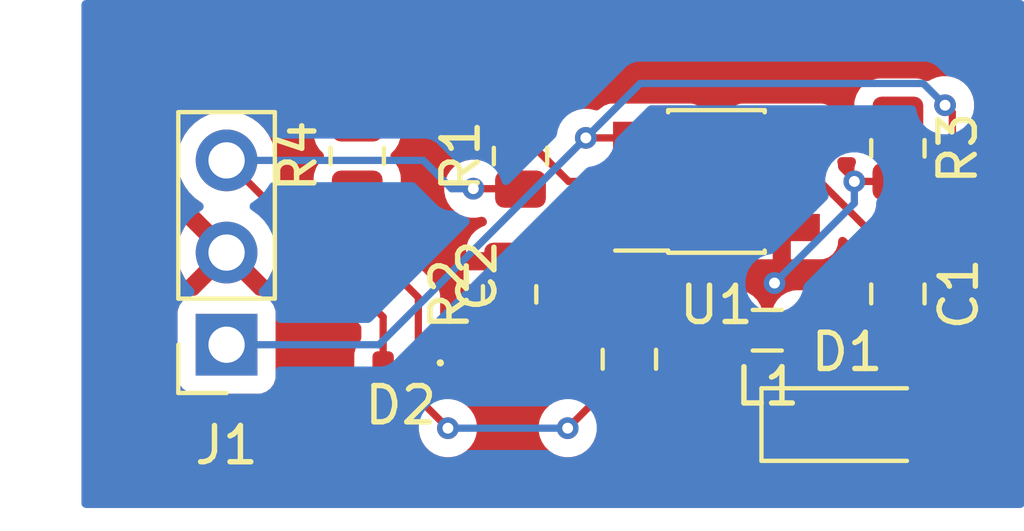
<source format=kicad_pcb>
(kicad_pcb (version 20241229) (generator "pcbnew") (generator_version "9.0")
  (layers (0 "F.Cu" signal) (2 "B.Cu" signal) (13 "F.Paste" user) (15 "B.Paste" user) (5 "F.SilkS" user "F.Silkscreen") (7 "B.SilkS" user "B.Silkscreen") (1 "F.Mask" user) (3 "B.Mask" user) (25 "Edge.Cuts" user))
  (net 0 "")
  (net 1 "VCC")
  (net 2 "GND")
  (net 3 "+5V")
  (net 4 "Net-(D1-A)")
  (net 5 "Net-(D2-K)")
  (net 6 "Net-(U1-3-FB)")
  (net 7 "Net-(U1-6-OC)")
  (footprint "Resistor_SMD:R_0805_2012Metric" (layer "F.Cu") (at 134.5 83.0875 -90)
    (property "Reference" "R3" (at 0 -1.65 90) (layer "F.SilkS"))
    (property "Value" "20k")
    (fp_line (start -0.227064 0.735) (end 0.227064 0.735) (stroke (width 0.12)) (layer "F.SilkS"))
    (fp_line (start -0.227064 -0.735) (end 0.227064 -0.735) (stroke (width 0.12)) (layer "F.SilkS"))
    (pad "1" smd roundrect (at -0.9125 0 270) (size 1.025 1.4) (layers "F.Cu" "F.Mask" "F.Paste") (roundrect_rratio 0.243902) (net 7 "Net-(U1-6-OC)"))
    (pad "2" smd roundrect (at 0.9125 0 270) (size 1.025 1.4) (layers "F.Cu" "F.Mask" "F.Paste") (roundrect_rratio 0.243902) (net 2 "GND"))
  )
  (footprint "Resistor_SMD:R_0805_2012Metric" (layer "F.Cu") (at 119.6 83.3 90)
    (property "Reference" "R4" (at 0 -1.65 90) (layer "F.SilkS"))
    (property "Value" "1k")
    (fp_line (start -0.227064 -0.735) (end 0.227064 -0.735) (stroke (width 0.12)) (layer "F.SilkS"))
    (fp_line (start -0.227064 0.735) (end 0.227064 0.735) (stroke (width 0.12)) (layer "F.SilkS"))
    (pad "1" smd roundrect (at -0.9125 0 90) (size 1.025 1.4) (layers "F.Cu" "F.Mask" "F.Paste") (roundrect_rratio 0.243902) (net 5 "Net-(D2-K)"))
    (pad "2" smd roundrect (at 0.9125 0 90) (size 1.025 1.4) (layers "F.Cu" "F.Mask" "F.Paste") (roundrect_rratio 0.243902) (net 2 "GND"))
  )
  (footprint "Capacitor_SMD:C_0805_2012Metric" (layer "F.Cu") (at 134.5 87.1 -90)
    (property "Reference" "C1" (at 0 -1.68 90) (layer "F.SilkS"))
    (property "Value" "22uF")
    (fp_line (start -0.261252 0.735) (end 0.261252 0.735) (stroke (width 0.12)) (layer "F.SilkS"))
    (fp_line (start -0.261252 -0.735) (end 0.261252 -0.735) (stroke (width 0.12)) (layer "F.SilkS"))
    (pad "1" smd roundrect (at -0.95 0 270) (size 1 1.45) (layers "F.Cu" "F.Mask" "F.Paste") (net 1 "VCC"))
    (pad "2" smd roundrect (at 0.95 0 270) (size 1 1.45) (layers "F.Cu" "F.Mask" "F.Paste") (net 2 "GND"))
  )
  (footprint "Capacitor_SMD:C_0805_2012Metric" (layer "F.Cu") (at 127.1 88.9 90)
    (property "Reference" "C2" (at 2.3 -4.1875 90) (layer "F.SilkS"))
    (property "Value" "22uF")
    (fp_line (start -0.261252 -0.735) (end 0.261252 -0.735) (stroke (width 0.12)) (layer "F.SilkS"))
    (fp_line (start -0.261252 0.735) (end 0.261252 0.735) (stroke (width 0.12)) (layer "F.SilkS"))
    (pad "1" smd roundrect (at -0.95 0 90) (size 1 1.45) (layers "F.Cu" "F.Mask" "F.Paste") (net 3 "+5V"))
    (pad "2" smd roundrect (at 0.95 0 90) (size 1 1.45) (layers "F.Cu" "F.Mask" "F.Paste") (net 2 "GND"))
  )
  (footprint "Inductor_SMD:L_0805_2012Metric" (layer "F.Cu") (at 130.9 88.1 180)
    (property "Reference" "L1" (at 0 -1.55 0) (layer "F.SilkS"))
    (property "Value" "4.7uH")
    (fp_line (start -0.399622 0.56) (end 0.399622 0.56) (stroke (width 0.12)) (layer "F.SilkS"))
    (fp_line (start -0.399622 -0.56) (end 0.399622 -0.56) (stroke (width 0.12)) (layer "F.SilkS"))
    (pad "1" smd roundrect (at -1.0625 0 180) (size 0.875 1.2) (layers "F.Cu" "F.Mask" "F.Paste") (net 1 "VCC"))
    (pad "2" smd roundrect (at 1.0625 0 180) (size 0.875 1.2) (layers "F.Cu" "F.Mask" "F.Paste") (net 4 "Net-(D1-A)"))
  )
  (footprint "Resistor_SMD:R_0805_2012Metric" (layer "F.Cu") (at 124.1 83.3 90)
    (property "Reference" "R1" (at 0 -1.65 90) (layer "F.SilkS"))
    (property "Value" "110k")
    (fp_line (start -0.227064 -0.735) (end 0.227064 -0.735) (stroke (width 0.12)) (layer "F.SilkS"))
    (fp_line (start -0.227064 0.735) (end 0.227064 0.735) (stroke (width 0.12)) (layer "F.SilkS"))
    (pad "1" smd roundrect (at -0.9125 0 90) (size 1.025 1.4) (layers "F.Cu" "F.Mask" "F.Paste") (roundrect_rratio 0.243902) (net 3 "+5V"))
    (pad "2" smd roundrect (at 0.9125 0 90) (size 1.025 1.4) (layers "F.Cu" "F.Mask" "F.Paste") (roundrect_rratio 0.243902) (net 6 "Net-(U1-3-FB)"))
  )
  (footprint "Diode_SMD:D_SOD-123" (layer "F.Cu") (at 133.1 90.7)
    (property "Reference" "D1" (at 0 -2 0) (layer "F.SilkS"))
    (property "Value" "D_Schottky")
    (fp_line (start -2.36 -1) (end -2.36 1) (stroke (width 0.12)) (layer "F.SilkS"))
    (fp_line (start -2.36 -1) (end 1.65 -1) (stroke (width 0.12)) (layer "F.SilkS"))
    (fp_line (start -2.36 1) (end 1.65 1) (stroke (width 0.12)) (layer "F.SilkS"))
    (pad "1" smd roundrect (at -1.65 0) (size 0.9 1.2) (layers "F.Cu" "F.Mask" "F.Paste") (net 3 "+5V"))
    (pad "2" smd roundrect (at 1.65 0) (size 0.9 1.2) (layers "F.Cu" "F.Mask" "F.Paste") (net 4 "Net-(D1-A)"))
  )
  (footprint "LED_SMD:LED_0402_1005Metric" (layer "F.Cu") (at 120.8 89 180)
    (property "Reference" "D2" (at 0 -1.17 0) (layer "F.SilkS"))
    (property "Value" "RED")
    (fp_circle (center -1.09 0) (end -1.04 0) (stroke (width 0.1)) (fill no) (layer "F.SilkS"))
    (pad "1" smd roundrect (at -0.485 0 180) (size 0.59 0.64) (layers "F.Cu" "F.Mask" "F.Paste") (net 5 "Net-(D2-K)"))
    (pad "2" smd roundrect (at 0.485 0 180) (size 0.59 0.64) (layers "F.Cu" "F.Mask" "F.Paste") (net 3 "+5V"))
  )
  (footprint "Connector_PinSocket_2.54mm:PinSocket_1x03_P2.54mm_Vertical" (layer "F.Cu") (at 116 88.5 180)
    (property "Reference" "J1" (at 0 -2.77 0) (layer "F.SilkS"))
    (property "Value" "Conn_01x03_Pin")
    (fp_line (start 1.33 1.27) (end 1.33 6.41) (stroke (width 0.12)) (layer "F.SilkS"))
    (fp_line (start 1.33 -1.33) (end 1.33 0) (stroke (width 0.12)) (layer "F.SilkS"))
    (fp_line (start 0 -1.33) (end 1.33 -1.33) (stroke (width 0.12)) (layer "F.SilkS"))
    (fp_line (start -1.33 6.41) (end 1.33 6.41) (stroke (width 0.12)) (layer "F.SilkS"))
    (fp_line (start -1.33 1.27) (end 1.33 1.27) (stroke (width 0.12)) (layer "F.SilkS"))
    (fp_line (start -1.33 1.27) (end -1.33 6.41) (stroke (width 0.12)) (layer "F.SilkS"))
    (pad "1" thru_hole rect (at 0 0 180) (size 1.7 1.7) (drill 1) (layers "*.Cu" "*.Mask") (net 1 "VCC"))
    (pad "2" thru_hole circle (at 0 2.54 180) (size 1.7 1.7) (drill 1) (layers "*.Cu" "*.Mask") (net 2 "GND"))
    (pad "3" thru_hole circle (at 0 5.08 180) (size 1.7 1.7) (drill 1) (layers "*.Cu" "*.Mask") (net 3 "+5V"))
  )
  (footprint "Resistor_SMD:R_0805_2012Metric" (layer "F.Cu") (at 123.8 87.1125 90)
    (property "Reference" "R2" (at 0 -1.65 90) (layer "F.SilkS"))
    (property "Value" "15k")
    (fp_line (start -0.227064 -0.735) (end 0.227064 -0.735) (stroke (width 0.12)) (layer "F.SilkS"))
    (fp_line (start -0.227064 0.735) (end 0.227064 0.735) (stroke (width 0.12)) (layer "F.SilkS"))
    (pad "1" smd roundrect (at -0.9125 0 90) (size 1.025 1.4) (layers "F.Cu" "F.Mask" "F.Paste") (roundrect_rratio 0.243902) (net 6 "Net-(U1-3-FB)"))
    (pad "2" smd roundrect (at 0.9125 0 90) (size 1.025 1.4) (layers "F.Cu" "F.Mask" "F.Paste") (roundrect_rratio 0.243902) (net 2 "GND"))
  )
  (footprint "Connector_PinSocket_1.27mm:PinSocket_2x03_P1.27mm_Vertical_SMD" (layer "F.Cu") (at 129.5 84 180)
    (property "Reference" "U1" (at 0 -3.405 180) (layer "F.SilkS"))
    (property "Value" "~")
    (fp_line (start 1.33 1.905) (end 1.33 1.965) (stroke (width 0.12)) (layer "F.SilkS"))
    (fp_line (start 1.33 -1.905) (end 2.79 -1.905) (stroke (width 0.12)) (layer "F.SilkS"))
    (fp_line (start 1.33 -1.965) (end 1.33 -1.905) (stroke (width 0.12)) (layer "F.SilkS"))
    (fp_line (start -1.33 1.965) (end 1.33 1.965) (stroke (width 0.12)) (layer "F.SilkS"))
    (fp_line (start -1.33 1.905) (end -1.33 1.965) (stroke (width 0.12)) (layer "F.SilkS"))
    (fp_line (start -1.33 -1.965) (end 1.33 -1.965) (stroke (width 0.12)) (layer "F.SilkS"))
    (fp_line (start -1.33 -1.965) (end -1.33 -1.905) (stroke (width 0.12)) (layer "F.SilkS"))
    (pad "1" smd rect (at 1.8 -1.27 180) (size 2.1 0.75) (layers "F.Cu" "F.Mask" "F.Paste") (net 4 "Net-(D1-A)"))
    (pad "2" smd rect (at -1.8 -1.27 180) (size 2.1 0.75) (layers "F.Cu" "F.Mask" "F.Paste") (net 2 "GND"))
    (pad "3" smd rect (at 1.8 0 180) (size 2.1 0.75) (layers "F.Cu" "F.Mask" "F.Paste") (net 6 "Net-(U1-3-FB)"))
    (pad "4" smd rect (at -1.8 0 180) (size 2.1 0.75) (layers "F.Cu" "F.Mask" "F.Paste") (net 1 "VCC"))
    (pad "5" smd rect (at 1.8 1.27 180) (size 2.1 0.75) (layers "F.Cu" "F.Mask" "F.Paste") (net 1 "VCC"))
    (pad "6" smd rect (at -1.8 1.27 180) (size 2.1 0.75) (layers "F.Cu" "F.Mask" "F.Paste") (net 7 "Net-(U1-6-OC)"))
  )
  (segment (start 136 82.1) (end 136 84.65) (width 0.2) (layer "F.Cu") (net 1))
  (segment (start 132.55 88.1) (end 134.5 86.15) (width 0.2) (layer "F.Cu") (net 1))
  (segment (start 136 84.65) (end 134.5 86.15) (width 0.2) (layer "F.Cu") (net 1))
  (segment (start 131.3 84) (end 132.35 84) (width 0.2) (layer "F.Cu") (net 1))
  (segment (start 127.63 82.8) (end 127.7 82.73) (width 0.2) (layer "F.Cu") (net 1))
  (segment (start 135.8 81.9) (end 136 82.1) (width 0.2) (layer "F.Cu") (net 1))
  (segment (start 132.35 84) (end 134.5 86.15) (width 0.2) (layer "F.Cu") (net 1))
  (segment (start 131.9625 88.1) (end 132.55 88.1) (width 0.2) (layer "F.Cu") (net 1))
  (segment (start 125.9 82.8) (end 127.63 82.8) (width 0.2) (layer "F.Cu") (net 1))
  (via (at 125.9 82.8) (size 0.6) (drill 0.3) (layers "F.Cu" "B.Cu") (net 1))
  (via (at 135.8 81.9) (size 0.6) (drill 0.3) (layers "F.Cu" "B.Cu") (net 1))
  (segment (start 116 88.5) (end 120.2 88.5) (width 0.2) (layer "B.Cu") (net 1))
  (segment (start 120.2 88.5) (end 125.9 82.8) (width 0.2) (layer "B.Cu") (net 1))
  (segment (start 135.2 81.3) (end 135.8 81.9) (width 0.2) (layer "B.Cu") (net 1))
  (segment (start 125.9 82.8) (end 127.4 81.3) (width 0.2) (layer "B.Cu") (net 1))
  (segment (start 135.1 81.3) (end 135.2 81.3) (width 0.2) (layer "B.Cu") (net 1))
  (segment (start 127.4 81.3) (end 135.1 81.3) (width 0.2) (layer "B.Cu") (net 1))
  (segment (start 134.5 84) (end 133.3 84) (width 0.2) (layer "F.Cu") (net 2))
  (via (at 131.1 86.8) (size 0.6) (drill 0.3) (layers "F.Cu" "B.Cu") (net 2))
  (via (at 133.3 84) (size 0.6) (drill 0.3) (layers "F.Cu" "B.Cu") (net 2))
  (segment (start 131.1 86.8) (end 133.3 84.6) (width 0.2) (layer "B.Cu") (net 2))
  (segment (start 133.3 84.6) (end 133.3 84) (width 0.2) (layer "B.Cu") (net 2))
  (segment (start 120.315 87.735) (end 120.315 89) (width 0.2) (layer "F.Cu") (net 3))
  (segment (start 116 83.42) (end 120.315 87.735) (width 0.2) (layer "F.Cu") (net 3))
  (segment (start 126.35 89.85) (end 127.1 89.85) (width 0.2) (layer "F.Cu") (net 3))
  (segment (start 121.165 89.85) (end 121.165 89.865) (width 0.2) (layer "F.Cu") (net 3))
  (segment (start 124.0875 84.2) (end 124.1 84.2125) (width 0.2) (layer "F.Cu") (net 3))
  (segment (start 121.165 89.85) (end 120.315 89) (width 0.2) (layer "F.Cu") (net 3))
  (segment (start 130.6 89.85) (end 131.45 90.7) (width 0.2) (layer "F.Cu") (net 3))
  (segment (start 127.1 89.85) (end 130.6 89.85) (width 0.2) (layer "F.Cu") (net 3))
  (segment (start 121.165 89.865) (end 122.1 90.8) (width 0.2) (layer "F.Cu") (net 3))
  (segment (start 125.4 90.8) (end 126.35 89.85) (width 0.2) (layer "F.Cu") (net 3))
  (segment (start 122.8 84.2) (end 124.0875 84.2) (width 0.2) (layer "F.Cu") (net 3))
  (via (at 125.4 90.8) (size 0.6) (drill 0.3) (layers "F.Cu" "B.Cu") (net 3))
  (via (at 122.8 84.2) (size 0.6) (drill 0.3) (layers "F.Cu" "B.Cu") (net 3))
  (via (at 122.1 90.8) (size 0.6) (drill 0.3) (layers "F.Cu" "B.Cu") (net 3))
  (segment (start 116 83.42) (end 121.42 83.42) (width 0.2) (layer "B.Cu") (net 3))
  (segment (start 122.1 90.8) (end 125.4 90.8) (width 0.2) (layer "B.Cu") (net 3))
  (segment (start 122.2 84.2) (end 122.8 84.2) (width 0.2) (layer "B.Cu") (net 3))
  (segment (start 121.42 83.42) (end 122.2 84.2) (width 0.2) (layer "B.Cu") (net 3))
  (segment (start 129.8375 87.4075) (end 127.7 85.27) (width 0.2) (layer "F.Cu") (net 4))
  (segment (start 129.8375 88.1) (end 131.0375 89.3) (width 0.2) (layer "F.Cu") (net 4))
  (segment (start 133.35 89.3) (end 134.75 90.7) (width 0.2) (layer "F.Cu") (net 4))
  (segment (start 129.8375 88.1) (end 129.8375 87.4075) (width 0.2) (layer "F.Cu") (net 4))
  (segment (start 131.0375 89.3) (end 133.35 89.3) (width 0.2) (layer "F.Cu") (net 4))
  (segment (start 119.6 85.515) (end 119.6 84.2125) (width 0.2) (layer "F.Cu") (net 5))
  (segment (start 121.285 89) (end 121.285 87.2) (width 0.2) (layer "F.Cu") (net 5))
  (segment (start 120.085 84.6975) (end 119.6 84.2125) (width 0.2) (layer "F.Cu") (net 5))
  (segment (start 121.285 87.2) (end 119.6 85.515) (width 0.2) (layer "F.Cu") (net 5))
  (segment (start 124.675 88.025) (end 125.2 87.5) (width 0.2) (layer "F.Cu") (net 6))
  (segment (start 127.1 84) (end 127.7 84) (width 0.2) (layer "F.Cu") (net 6))
  (segment (start 125.2 87.5) (end 125.2 85.9) (width 0.2) (layer "F.Cu") (net 6))
  (segment (start 123.8 88.025) (end 124.675 88.025) (width 0.2) (layer "F.Cu") (net 6))
  (segment (start 123.8 82.375) (end 125.425 84) (width 0.2) (layer "F.Cu") (net 6))
  (segment (start 125.2 85.9) (end 127.1 84) (width 0.2) (layer "F.Cu") (net 6))
  (segment (start 125.425 84) (end 127.7 84) (width 0.2) (layer "F.Cu") (net 6))
  (segment (start 131.3 82.73) (end 133.945 82.73) (width 0.2) (layer "F.Cu") (net 7))
  (segment (start 133.945 82.73) (end 134.5 82.175) (width 0.2) (layer "F.Cu") (net 7))
  (zone (net 2) (net_name "GND") (layer "F.Cu") (connect_pads (clearance 0.5)) (min_thickness 0.25) (fill yes (thermal_gap 0.5) (thermal_bridge_width 0.5))
    (polygon (pts (xy 113 80) (xy 137 80) (xy 137 92) (xy 113 92)))
  )
  (zone (net 0) (net_name "") (layer "B.Cu") (priority 1) (connect_pads (clearance 0.5)) (min_thickness 0.25) (fill yes (thermal_gap 0.5) (thermal_bridge_width 0.5) (island_removal_mode 1) (island_area_min 10))
    (polygon (pts (xy 112 79) (xy 112 93) (xy 138 93) (xy 138 79)))
  )
)
</source>
